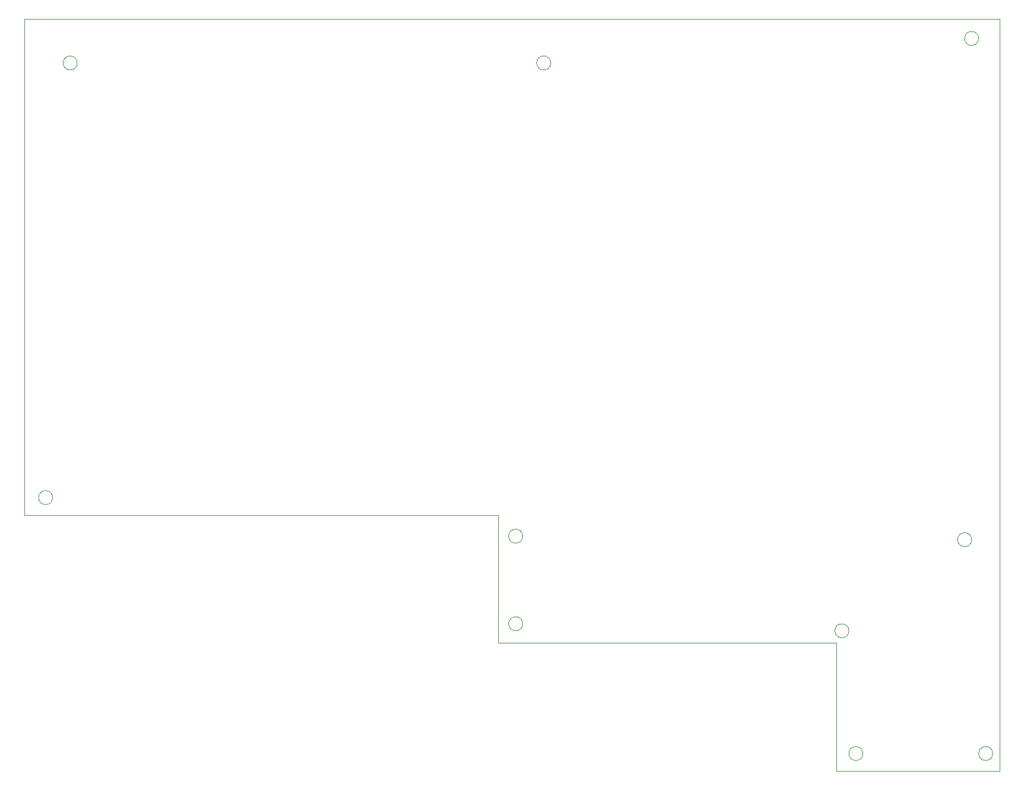
<source format=gm1>
%TF.GenerationSoftware,KiCad,Pcbnew,9.0.0*%
%TF.CreationDate,2025-03-24T17:33:31+09:00*%
%TF.ProjectId,keyboard,6b657962-6f61-4726-942e-6b696361645f,rev?*%
%TF.SameCoordinates,Original*%
%TF.FileFunction,Profile,NP*%
%FSLAX46Y46*%
G04 Gerber Fmt 4.6, Leading zero omitted, Abs format (unit mm)*
G04 Created by KiCad (PCBNEW 9.0.0) date 2025-03-24 17:33:31*
%MOMM*%
%LPD*%
G01*
G04 APERTURE LIST*
%TA.AperFunction,Profile*%
%ADD10C,0.050000*%
%TD*%
G04 APERTURE END LIST*
D10*
X140000000Y-115000000D02*
X140000000Y-133250000D01*
X72500000Y-46500000D02*
X72500000Y-44250000D01*
X192000000Y-149000000D02*
G75*
G02*
X190000000Y-149000000I-1000000J0D01*
G01*
X190000000Y-149000000D02*
G75*
G02*
X192000000Y-149000000I1000000J0D01*
G01*
X72500000Y-115000000D02*
X140000000Y-115000000D01*
X207500000Y-118500000D02*
G75*
G02*
X205500000Y-118500000I-1000000J0D01*
G01*
X205500000Y-118500000D02*
G75*
G02*
X207500000Y-118500000I1000000J0D01*
G01*
X72500000Y-44250000D02*
X211500000Y-44250000D01*
X76500000Y-112500000D02*
G75*
G02*
X74500000Y-112500000I-1000000J0D01*
G01*
X74500000Y-112500000D02*
G75*
G02*
X76500000Y-112500000I1000000J0D01*
G01*
X211500000Y-151500000D02*
X188250000Y-151500000D01*
X140000000Y-133250000D02*
X188250000Y-133250000D01*
X188250000Y-133250000D02*
X188250000Y-151500000D01*
X211500000Y-44250000D02*
X211500000Y-44500000D01*
X143500000Y-118000000D02*
G75*
G02*
X141500000Y-118000000I-1000000J0D01*
G01*
X141500000Y-118000000D02*
G75*
G02*
X143500000Y-118000000I1000000J0D01*
G01*
X147500000Y-50500000D02*
G75*
G02*
X145500000Y-50500000I-1000000J0D01*
G01*
X145500000Y-50500000D02*
G75*
G02*
X147500000Y-50500000I1000000J0D01*
G01*
X72500000Y-46500000D02*
X72500000Y-115000000D01*
X190000000Y-131500000D02*
G75*
G02*
X188000000Y-131500000I-1000000J0D01*
G01*
X188000000Y-131500000D02*
G75*
G02*
X190000000Y-131500000I1000000J0D01*
G01*
X80000000Y-50500000D02*
G75*
G02*
X78000000Y-50500000I-1000000J0D01*
G01*
X78000000Y-50500000D02*
G75*
G02*
X80000000Y-50500000I1000000J0D01*
G01*
X210500000Y-149000000D02*
G75*
G02*
X208500000Y-149000000I-1000000J0D01*
G01*
X208500000Y-149000000D02*
G75*
G02*
X210500000Y-149000000I1000000J0D01*
G01*
X208500000Y-47000000D02*
G75*
G02*
X206500000Y-47000000I-1000000J0D01*
G01*
X206500000Y-47000000D02*
G75*
G02*
X208500000Y-47000000I1000000J0D01*
G01*
X143500000Y-130500000D02*
G75*
G02*
X141500000Y-130500000I-1000000J0D01*
G01*
X141500000Y-130500000D02*
G75*
G02*
X143500000Y-130500000I1000000J0D01*
G01*
X211500000Y-44500000D02*
X211500000Y-151500000D01*
M02*

</source>
